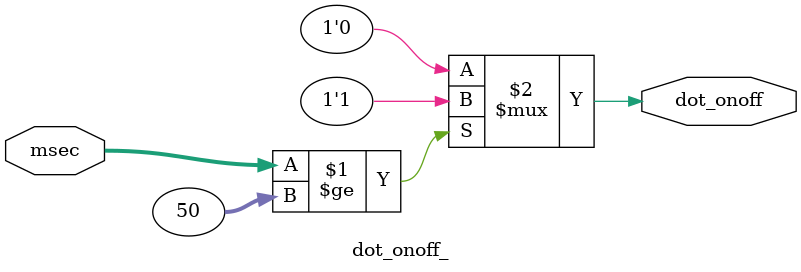
<source format=v>
`timescale 1ns / 1ps


module dot_onoff_ (
    input [6:0] msec,   // 0 ~ 99까지 세는 msec 카운터 값
    output dot_onoff    // 점을 켤지 말지 결정하는 신호
);

    // msec는 0~99까지 돕니다. (100Hz)
    // 50 이상일 때만 점을 켜면, 0.5초 켜지고 0.5초 꺼지는 효과가 납니다.
    assign dot_onoff = (msec >= 50) ? 1'b1 : 1'b0;

endmodule
</source>
